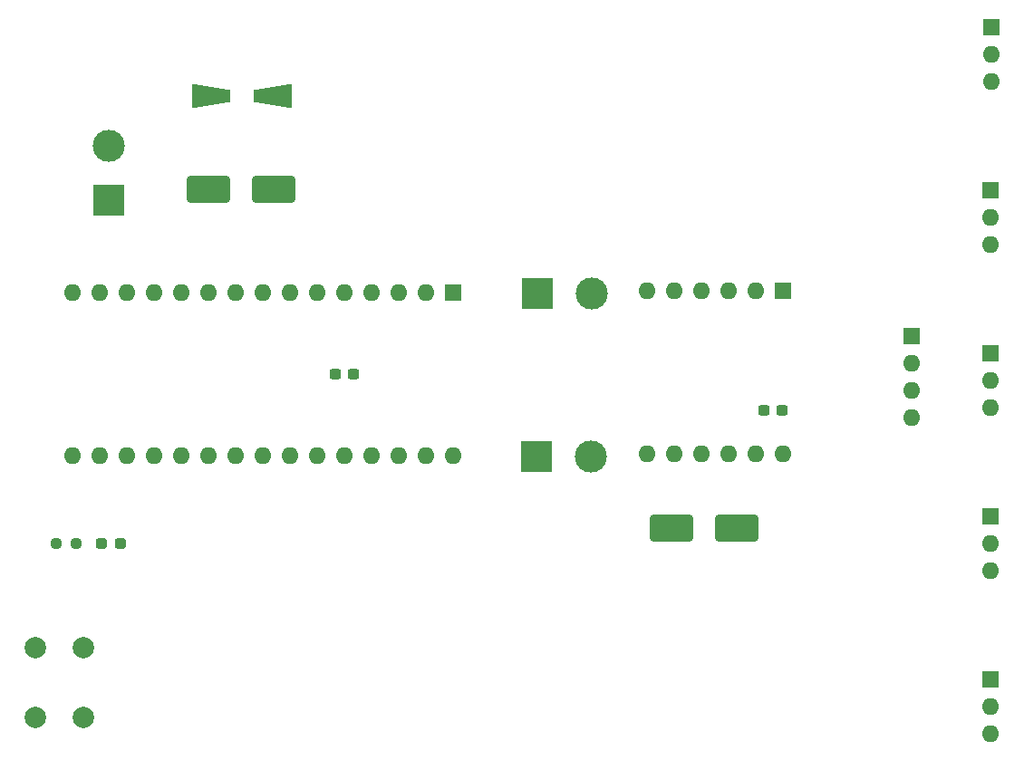
<source format=gbr>
%TF.GenerationSoftware,KiCad,Pcbnew,8.0.2*%
%TF.CreationDate,2024-09-22T08:40:02+02:00*%
%TF.ProjectId,FrenGP_robot,4672656e-4750-45f7-926f-626f742e6b69,rev?*%
%TF.SameCoordinates,Original*%
%TF.FileFunction,Soldermask,Top*%
%TF.FilePolarity,Negative*%
%FSLAX46Y46*%
G04 Gerber Fmt 4.6, Leading zero omitted, Abs format (unit mm)*
G04 Created by KiCad (PCBNEW 8.0.2) date 2024-09-22 08:40:02*
%MOMM*%
%LPD*%
G01*
G04 APERTURE LIST*
G04 Aperture macros list*
%AMRoundRect*
0 Rectangle with rounded corners*
0 $1 Rounding radius*
0 $2 $3 $4 $5 $6 $7 $8 $9 X,Y pos of 4 corners*
0 Add a 4 corners polygon primitive as box body*
4,1,4,$2,$3,$4,$5,$6,$7,$8,$9,$2,$3,0*
0 Add four circle primitives for the rounded corners*
1,1,$1+$1,$2,$3*
1,1,$1+$1,$4,$5*
1,1,$1+$1,$6,$7*
1,1,$1+$1,$8,$9*
0 Add four rect primitives between the rounded corners*
20,1,$1+$1,$2,$3,$4,$5,0*
20,1,$1+$1,$4,$5,$6,$7,0*
20,1,$1+$1,$6,$7,$8,$9,0*
20,1,$1+$1,$8,$9,$2,$3,0*%
%AMOutline4P*
0 Free polygon, 4 corners , with rotation*
0 The origin of the aperture is its center*
0 number of corners: always 4*
0 $1 to $8 corner X, Y*
0 $9 Rotation angle, in degrees counterclockwise*
0 create outline with 4 corners*
4,1,4,$1,$2,$3,$4,$5,$6,$7,$8,$1,$2,$9*%
G04 Aperture macros list end*
%ADD10RoundRect,0.237500X0.250000X0.237500X-0.250000X0.237500X-0.250000X-0.237500X0.250000X-0.237500X0*%
%ADD11RoundRect,0.250000X1.750000X1.000000X-1.750000X1.000000X-1.750000X-1.000000X1.750000X-1.000000X0*%
%ADD12Outline4P,-1.800000X-1.150000X1.800000X-0.550000X1.800000X0.550000X-1.800000X1.150000X180.000000*%
%ADD13Outline4P,-1.800000X-1.150000X1.800000X-0.550000X1.800000X0.550000X-1.800000X1.150000X0.000000*%
%ADD14RoundRect,0.250000X-1.750000X-1.000000X1.750000X-1.000000X1.750000X1.000000X-1.750000X1.000000X0*%
%ADD15R,1.600000X1.600000*%
%ADD16O,1.600000X1.600000*%
%ADD17C,2.000000*%
%ADD18RoundRect,0.237500X-0.300000X-0.237500X0.300000X-0.237500X0.300000X0.237500X-0.300000X0.237500X0*%
%ADD19R,3.000000X3.000000*%
%ADD20C,3.000000*%
%ADD21RoundRect,0.237500X0.287500X0.237500X-0.287500X0.237500X-0.287500X-0.237500X0.287500X-0.237500X0*%
%ADD22RoundRect,0.237500X0.300000X0.237500X-0.300000X0.237500X-0.300000X-0.237500X0.300000X-0.237500X0*%
G04 APERTURE END LIST*
D10*
%TO.C,R1*%
X36472500Y-83820000D03*
X34647500Y-83820000D03*
%TD*%
D11*
%TO.C,C3*%
X54916800Y-50751200D03*
X48816800Y-50751200D03*
%TD*%
D12*
%TO.C,D2*%
X54900000Y-42000000D03*
D13*
X49100000Y-42000000D03*
%TD*%
D14*
%TO.C,C1*%
X92113000Y-82423000D03*
X98213000Y-82423000D03*
%TD*%
D15*
%TO.C,U1*%
X122000000Y-35560000D03*
D16*
X122000000Y-38100000D03*
X122000000Y-40640000D03*
%TD*%
D17*
%TO.C,SW1*%
X32654700Y-100117800D03*
X32654700Y-93617800D03*
X37154700Y-100117800D03*
X37154700Y-93617800D03*
%TD*%
D15*
%TO.C,U5*%
X114574700Y-64445800D03*
D16*
X114574700Y-66985800D03*
X114574700Y-69525800D03*
X114574700Y-72065800D03*
%TD*%
D18*
%TO.C,C2*%
X100737500Y-71374000D03*
X102462500Y-71374000D03*
%TD*%
D15*
%TO.C,U4*%
X121920000Y-66040000D03*
D16*
X121920000Y-68580000D03*
X121920000Y-71120000D03*
%TD*%
D15*
%TO.C,A1*%
X71704700Y-60375800D03*
D16*
X69164700Y-60375800D03*
X66624700Y-60375800D03*
X64084700Y-60375800D03*
X61544700Y-60375800D03*
X59004700Y-60375800D03*
X56464700Y-60375800D03*
X53924700Y-60375800D03*
X51384700Y-60375800D03*
X48844700Y-60375800D03*
X46304700Y-60375800D03*
X43764700Y-60375800D03*
X41224700Y-60375800D03*
X38684700Y-60375800D03*
X36144700Y-60375800D03*
X36144700Y-75615800D03*
X38684700Y-75615800D03*
X41224700Y-75615800D03*
X43764700Y-75615800D03*
X46304700Y-75615800D03*
X48844700Y-75615800D03*
X51384700Y-75615800D03*
X53924700Y-75615800D03*
X56464700Y-75615800D03*
X59004700Y-75615800D03*
X61544700Y-75615800D03*
X64084700Y-75615800D03*
X66624700Y-75615800D03*
X69164700Y-75615800D03*
X71704700Y-75615800D03*
%TD*%
D15*
%TO.C,U6*%
X121920000Y-81280000D03*
D16*
X121920000Y-83820000D03*
X121920000Y-86360000D03*
%TD*%
D15*
%TO.C,U2*%
X102489000Y-60252000D03*
D16*
X99949000Y-60252000D03*
X97409000Y-60252000D03*
X94869000Y-60252000D03*
X92329000Y-60252000D03*
X89789000Y-60252000D03*
X89789000Y-75492000D03*
X92329000Y-75492000D03*
X94869000Y-75492000D03*
X97409000Y-75492000D03*
X99949000Y-75492000D03*
X102489000Y-75492000D03*
%TD*%
D19*
%TO.C,J1*%
X39497000Y-51743000D03*
D20*
X39497000Y-46663000D03*
%TD*%
D15*
%TO.C,U7*%
X121920000Y-96520000D03*
D16*
X121920000Y-99060000D03*
X121920000Y-101600000D03*
%TD*%
D21*
%TO.C,D1*%
X40640000Y-83820000D03*
X38890000Y-83820000D03*
%TD*%
D19*
%TO.C,J2*%
X79476600Y-75720600D03*
D20*
X84556600Y-75720600D03*
%TD*%
D19*
%TO.C,J3*%
X79552800Y-60480600D03*
D20*
X84632800Y-60480600D03*
%TD*%
D15*
%TO.C,U3*%
X121920000Y-50800000D03*
D16*
X121920000Y-53340000D03*
X121920000Y-55880000D03*
%TD*%
D22*
%TO.C,C4*%
X62432100Y-68025100D03*
X60707100Y-68025100D03*
%TD*%
M02*

</source>
